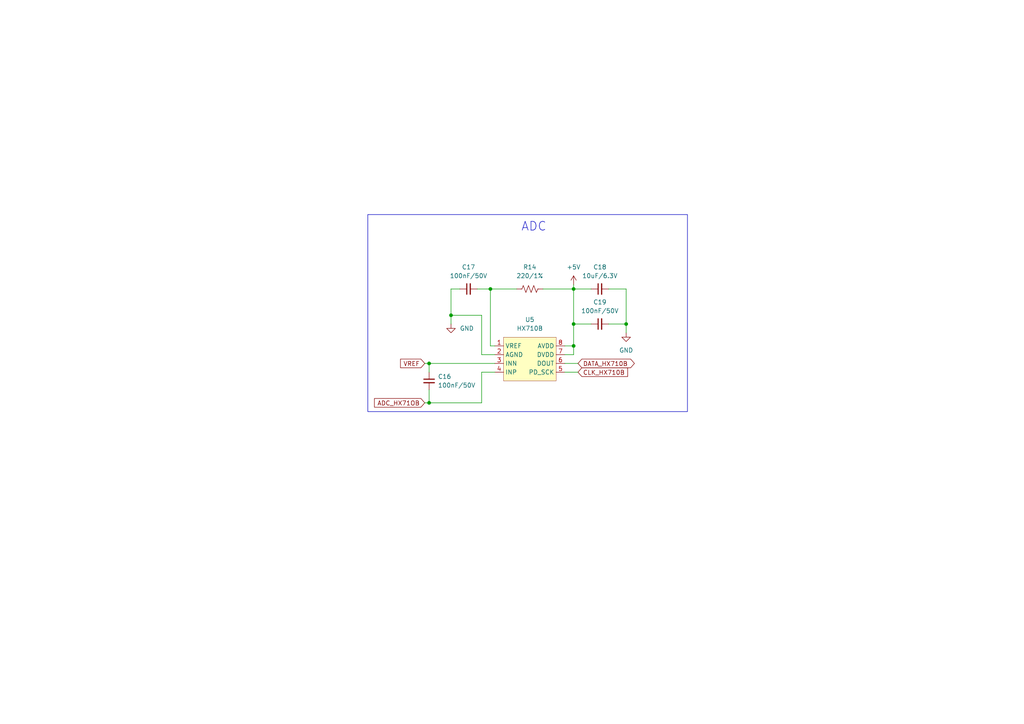
<source format=kicad_sch>
(kicad_sch (version 20230121) (generator eeschema)

  (uuid d4b79e28-e732-4d02-83a6-a8cff36b4572)

  (paper "A4")

  (lib_symbols
    (symbol "Device:C_Small" (pin_numbers hide) (pin_names (offset 0.254) hide) (in_bom yes) (on_board yes)
      (property "Reference" "C" (at 0.254 1.778 0)
        (effects (font (size 1.27 1.27)) (justify left))
      )
      (property "Value" "C_Small" (at 0.254 -2.032 0)
        (effects (font (size 1.27 1.27)) (justify left))
      )
      (property "Footprint" "" (at 0 0 0)
        (effects (font (size 1.27 1.27)) hide)
      )
      (property "Datasheet" "~" (at 0 0 0)
        (effects (font (size 1.27 1.27)) hide)
      )
      (property "ki_keywords" "capacitor cap" (at 0 0 0)
        (effects (font (size 1.27 1.27)) hide)
      )
      (property "ki_description" "Unpolarized capacitor, small symbol" (at 0 0 0)
        (effects (font (size 1.27 1.27)) hide)
      )
      (property "ki_fp_filters" "C_*" (at 0 0 0)
        (effects (font (size 1.27 1.27)) hide)
      )
      (symbol "C_Small_0_1"
        (polyline
          (pts
            (xy -1.524 -0.508)
            (xy 1.524 -0.508)
          )
          (stroke (width 0.3302) (type default))
          (fill (type none))
        )
        (polyline
          (pts
            (xy -1.524 0.508)
            (xy 1.524 0.508)
          )
          (stroke (width 0.3048) (type default))
          (fill (type none))
        )
      )
      (symbol "C_Small_1_1"
        (pin passive line (at 0 2.54 270) (length 2.032)
          (name "~" (effects (font (size 1.27 1.27))))
          (number "1" (effects (font (size 1.27 1.27))))
        )
        (pin passive line (at 0 -2.54 90) (length 2.032)
          (name "~" (effects (font (size 1.27 1.27))))
          (number "2" (effects (font (size 1.27 1.27))))
        )
      )
    )
    (symbol "Device:R_US" (pin_numbers hide) (pin_names (offset 0)) (in_bom yes) (on_board yes)
      (property "Reference" "R" (at 2.54 0 90)
        (effects (font (size 1.27 1.27)))
      )
      (property "Value" "R_US" (at -2.54 0 90)
        (effects (font (size 1.27 1.27)))
      )
      (property "Footprint" "" (at 1.016 -0.254 90)
        (effects (font (size 1.27 1.27)) hide)
      )
      (property "Datasheet" "~" (at 0 0 0)
        (effects (font (size 1.27 1.27)) hide)
      )
      (property "ki_keywords" "R res resistor" (at 0 0 0)
        (effects (font (size 1.27 1.27)) hide)
      )
      (property "ki_description" "Resistor, US symbol" (at 0 0 0)
        (effects (font (size 1.27 1.27)) hide)
      )
      (property "ki_fp_filters" "R_*" (at 0 0 0)
        (effects (font (size 1.27 1.27)) hide)
      )
      (symbol "R_US_0_1"
        (polyline
          (pts
            (xy 0 -2.286)
            (xy 0 -2.54)
          )
          (stroke (width 0) (type default))
          (fill (type none))
        )
        (polyline
          (pts
            (xy 0 2.286)
            (xy 0 2.54)
          )
          (stroke (width 0) (type default))
          (fill (type none))
        )
        (polyline
          (pts
            (xy 0 -0.762)
            (xy 1.016 -1.143)
            (xy 0 -1.524)
            (xy -1.016 -1.905)
            (xy 0 -2.286)
          )
          (stroke (width 0) (type default))
          (fill (type none))
        )
        (polyline
          (pts
            (xy 0 0.762)
            (xy 1.016 0.381)
            (xy 0 0)
            (xy -1.016 -0.381)
            (xy 0 -0.762)
          )
          (stroke (width 0) (type default))
          (fill (type none))
        )
        (polyline
          (pts
            (xy 0 2.286)
            (xy 1.016 1.905)
            (xy 0 1.524)
            (xy -1.016 1.143)
            (xy 0 0.762)
          )
          (stroke (width 0) (type default))
          (fill (type none))
        )
      )
      (symbol "R_US_1_1"
        (pin passive line (at 0 3.81 270) (length 1.27)
          (name "~" (effects (font (size 1.27 1.27))))
          (number "1" (effects (font (size 1.27 1.27))))
        )
        (pin passive line (at 0 -3.81 90) (length 1.27)
          (name "~" (effects (font (size 1.27 1.27))))
          (number "2" (effects (font (size 1.27 1.27))))
        )
      )
    )
    (symbol "HX710B:HX107B" (in_bom yes) (on_board yes)
      (property "Reference" "U" (at 1.27 6.35 0)
        (effects (font (size 1.27 1.27)))
      )
      (property "Value" "HX710B" (at 13.97 -8.89 0)
        (effects (font (size 1.27 1.27)))
      )
      (property "Footprint" "HX710B:HX710B" (at 8.89 -12.7 0)
        (effects (font (size 1.27 1.27)) hide)
      )
      (property "Datasheet" "" (at 0 3.81 0)
        (effects (font (size 1.27 1.27)) hide)
      )
      (property "URL" "https://www.thegioiic.com/hx710b-ic-adc-24-bit-sop-8" (at 3.81 -12.7 0)
        (effects (font (size 1.27 1.27)) hide)
      )
      (symbol "HX107B_1_1"
        (rectangle (start 0 5.08) (end 15.24 -7.62)
          (stroke (width 0.0254) (type default))
          (fill (type background))
        )
        (pin passive line (at -2.54 2.54 0) (length 2.54)
          (name "VREF" (effects (font (size 1.27 1.27))))
          (number "1" (effects (font (size 1.27 1.27))))
        )
        (pin passive line (at -2.54 0 0) (length 2.54)
          (name "AGND" (effects (font (size 1.27 1.27))))
          (number "2" (effects (font (size 1.27 1.27))))
        )
        (pin input line (at -2.54 -2.54 0) (length 2.54)
          (name "INN" (effects (font (size 1.27 1.27))))
          (number "3" (effects (font (size 1.27 1.27))))
        )
        (pin input line (at -2.54 -5.08 0) (length 2.54)
          (name "INP" (effects (font (size 1.27 1.27))))
          (number "4" (effects (font (size 1.27 1.27))))
        )
        (pin input line (at 17.78 -5.08 180) (length 2.54)
          (name "PD_SCK" (effects (font (size 1.27 1.27))))
          (number "5" (effects (font (size 1.27 1.27))))
        )
        (pin output line (at 17.78 -2.54 180) (length 2.54)
          (name "DOUT" (effects (font (size 1.27 1.27))))
          (number "6" (effects (font (size 1.27 1.27))))
        )
        (pin passive line (at 17.78 0 180) (length 2.54)
          (name "DVDD" (effects (font (size 1.27 1.27))))
          (number "7" (effects (font (size 1.27 1.27))))
        )
        (pin passive line (at 17.78 2.54 180) (length 2.54)
          (name "AVDD" (effects (font (size 1.27 1.27))))
          (number "8" (effects (font (size 1.27 1.27))))
        )
      )
    )
    (symbol "power:+5V" (power) (pin_names (offset 0)) (in_bom yes) (on_board yes)
      (property "Reference" "#PWR" (at 0 -3.81 0)
        (effects (font (size 1.27 1.27)) hide)
      )
      (property "Value" "+5V" (at 0 3.556 0)
        (effects (font (size 1.27 1.27)))
      )
      (property "Footprint" "" (at 0 0 0)
        (effects (font (size 1.27 1.27)) hide)
      )
      (property "Datasheet" "" (at 0 0 0)
        (effects (font (size 1.27 1.27)) hide)
      )
      (property "ki_keywords" "global power" (at 0 0 0)
        (effects (font (size 1.27 1.27)) hide)
      )
      (property "ki_description" "Power symbol creates a global label with name \"+5V\"" (at 0 0 0)
        (effects (font (size 1.27 1.27)) hide)
      )
      (symbol "+5V_0_1"
        (polyline
          (pts
            (xy -0.762 1.27)
            (xy 0 2.54)
          )
          (stroke (width 0) (type default))
          (fill (type none))
        )
        (polyline
          (pts
            (xy 0 0)
            (xy 0 2.54)
          )
          (stroke (width 0) (type default))
          (fill (type none))
        )
        (polyline
          (pts
            (xy 0 2.54)
            (xy 0.762 1.27)
          )
          (stroke (width 0) (type default))
          (fill (type none))
        )
      )
      (symbol "+5V_1_1"
        (pin power_in line (at 0 0 90) (length 0) hide
          (name "+5V" (effects (font (size 1.27 1.27))))
          (number "1" (effects (font (size 1.27 1.27))))
        )
      )
    )
    (symbol "power:GND" (power) (pin_names (offset 0)) (in_bom yes) (on_board yes)
      (property "Reference" "#PWR" (at 0 -6.35 0)
        (effects (font (size 1.27 1.27)) hide)
      )
      (property "Value" "GND" (at 0 -3.81 0)
        (effects (font (size 1.27 1.27)))
      )
      (property "Footprint" "" (at 0 0 0)
        (effects (font (size 1.27 1.27)) hide)
      )
      (property "Datasheet" "" (at 0 0 0)
        (effects (font (size 1.27 1.27)) hide)
      )
      (property "ki_keywords" "global power" (at 0 0 0)
        (effects (font (size 1.27 1.27)) hide)
      )
      (property "ki_description" "Power symbol creates a global label with name \"GND\" , ground" (at 0 0 0)
        (effects (font (size 1.27 1.27)) hide)
      )
      (symbol "GND_0_1"
        (polyline
          (pts
            (xy 0 0)
            (xy 0 -1.27)
            (xy 1.27 -1.27)
            (xy 0 -2.54)
            (xy -1.27 -1.27)
            (xy 0 -1.27)
          )
          (stroke (width 0) (type default))
          (fill (type none))
        )
      )
      (symbol "GND_1_1"
        (pin power_in line (at 0 0 270) (length 0) hide
          (name "GND" (effects (font (size 1.27 1.27))))
          (number "1" (effects (font (size 1.27 1.27))))
        )
      )
    )
  )

  (junction (at 124.46 116.84) (diameter 0) (color 0 0 0 0)
    (uuid 0ee76299-6cef-4b65-bbcd-63125a14a0cd)
  )
  (junction (at 181.61 93.98) (diameter 0) (color 0 0 0 0)
    (uuid 1718b59b-0170-49f5-9f15-36a3dde28968)
  )
  (junction (at 124.46 105.41) (diameter 0) (color 0 0 0 0)
    (uuid 69b56670-73da-4adf-90f0-8dd60b05786f)
  )
  (junction (at 166.37 100.33) (diameter 0) (color 0 0 0 0)
    (uuid a61d6d5d-bd6b-4d5e-b4bf-c87d794388d6)
  )
  (junction (at 166.37 93.98) (diameter 0) (color 0 0 0 0)
    (uuid b0204cc5-b563-44ba-b1eb-bc9a1affebed)
  )
  (junction (at 130.81 91.44) (diameter 0) (color 0 0 0 0)
    (uuid c68fbc54-e1e4-4573-8752-97cf60c04e60)
  )
  (junction (at 142.24 83.82) (diameter 0) (color 0 0 0 0)
    (uuid e832352f-29d7-4e34-9e1b-7d1c11799ef1)
  )
  (junction (at 166.37 83.82) (diameter 0) (color 0 0 0 0)
    (uuid f85964aa-4c89-44ab-855c-935c1350fe69)
  )

  (wire (pts (xy 123.19 116.84) (xy 124.46 116.84))
    (stroke (width 0) (type default))
    (uuid 06c4acd3-de58-4fc3-85fd-cdcdacf077ac)
  )
  (wire (pts (xy 166.37 100.33) (xy 166.37 102.87))
    (stroke (width 0) (type default))
    (uuid 1220cf62-20e2-4ea3-bf56-cb6aabd47889)
  )
  (wire (pts (xy 139.7 91.44) (xy 139.7 102.87))
    (stroke (width 0) (type default))
    (uuid 267b7e62-e43f-4078-b203-ae732c1ee96c)
  )
  (wire (pts (xy 163.83 107.95) (xy 167.64 107.95))
    (stroke (width 0) (type default))
    (uuid 277708cc-3378-48db-806a-1408984ad490)
  )
  (wire (pts (xy 142.24 100.33) (xy 143.51 100.33))
    (stroke (width 0) (type default))
    (uuid 2e9adb07-3512-4126-83ba-d81f35869dd1)
  )
  (wire (pts (xy 166.37 93.98) (xy 166.37 100.33))
    (stroke (width 0) (type default))
    (uuid 356c6f1f-5d3a-40dc-bf61-71e18329ff92)
  )
  (wire (pts (xy 166.37 83.82) (xy 171.45 83.82))
    (stroke (width 0) (type default))
    (uuid 36a61778-683d-48c4-80b0-48b4b9c3ef1c)
  )
  (wire (pts (xy 130.81 91.44) (xy 139.7 91.44))
    (stroke (width 0) (type default))
    (uuid 3abd87bc-0864-45ff-b0ed-f287294844d1)
  )
  (wire (pts (xy 142.24 83.82) (xy 149.86 83.82))
    (stroke (width 0) (type default))
    (uuid 3e441cd7-fdf4-4471-9607-a9e3d5bbf6a4)
  )
  (wire (pts (xy 166.37 82.55) (xy 166.37 83.82))
    (stroke (width 0) (type default))
    (uuid 43731912-20e9-4054-8ba6-3a4cb2b644e9)
  )
  (wire (pts (xy 130.81 83.82) (xy 130.81 91.44))
    (stroke (width 0) (type default))
    (uuid 4776d5f4-6415-4e5a-87ef-0d68757258d1)
  )
  (wire (pts (xy 124.46 116.84) (xy 139.7 116.84))
    (stroke (width 0) (type default))
    (uuid 55534905-7c7c-4b4f-b80b-5e4f482fa5fe)
  )
  (wire (pts (xy 130.81 83.82) (xy 133.35 83.82))
    (stroke (width 0) (type default))
    (uuid 594de399-83e0-4420-9380-34b4e32f2329)
  )
  (wire (pts (xy 139.7 102.87) (xy 143.51 102.87))
    (stroke (width 0) (type default))
    (uuid 6b2a85f7-cc62-44f3-913c-c7f8857efd83)
  )
  (wire (pts (xy 139.7 116.84) (xy 139.7 107.95))
    (stroke (width 0) (type default))
    (uuid 8c3880d4-72c1-4513-9fdc-0f7322bc0699)
  )
  (wire (pts (xy 123.19 105.41) (xy 124.46 105.41))
    (stroke (width 0) (type default))
    (uuid 8f63a107-169a-4416-90c2-042eff132547)
  )
  (wire (pts (xy 181.61 93.98) (xy 181.61 96.52))
    (stroke (width 0) (type default))
    (uuid 92dc557b-f3c9-47a0-acfa-f765bdd60b04)
  )
  (wire (pts (xy 139.7 107.95) (xy 143.51 107.95))
    (stroke (width 0) (type default))
    (uuid 967a5c37-8dbe-429d-8668-460baa6ae8e6)
  )
  (wire (pts (xy 166.37 83.82) (xy 166.37 93.98))
    (stroke (width 0) (type default))
    (uuid 97a889a3-9c96-4c05-80ce-28855df7bbe2)
  )
  (wire (pts (xy 181.61 83.82) (xy 181.61 93.98))
    (stroke (width 0) (type default))
    (uuid a1f23450-eb80-42e2-89be-32076ade8476)
  )
  (wire (pts (xy 124.46 105.41) (xy 143.51 105.41))
    (stroke (width 0) (type default))
    (uuid a990c720-24c7-48ac-86ea-5ef73f7841a7)
  )
  (wire (pts (xy 163.83 105.41) (xy 167.64 105.41))
    (stroke (width 0) (type default))
    (uuid b9af4184-5403-4f76-9353-f136daaccdda)
  )
  (wire (pts (xy 138.43 83.82) (xy 142.24 83.82))
    (stroke (width 0) (type default))
    (uuid bd54e5b8-d603-46f6-a1e6-6601ca2b2c51)
  )
  (wire (pts (xy 124.46 113.03) (xy 124.46 116.84))
    (stroke (width 0) (type default))
    (uuid bebcfa47-ccef-4db9-8f3d-35bbd22b0579)
  )
  (wire (pts (xy 130.81 91.44) (xy 130.81 93.98))
    (stroke (width 0) (type default))
    (uuid cbc61133-8102-4a95-959d-839161d0c944)
  )
  (wire (pts (xy 181.61 83.82) (xy 176.53 83.82))
    (stroke (width 0) (type default))
    (uuid cef0bea1-f82d-4f3e-bf49-3f2a268e4360)
  )
  (wire (pts (xy 166.37 100.33) (xy 163.83 100.33))
    (stroke (width 0) (type default))
    (uuid cfeb33a9-2364-4efc-bcee-579c7063bf69)
  )
  (wire (pts (xy 142.24 83.82) (xy 142.24 100.33))
    (stroke (width 0) (type default))
    (uuid d77a6b48-a7ab-4115-aa49-9e1acec4f9be)
  )
  (wire (pts (xy 166.37 102.87) (xy 163.83 102.87))
    (stroke (width 0) (type default))
    (uuid e1153158-5f0c-428f-8129-94cff0b5c7f6)
  )
  (wire (pts (xy 157.48 83.82) (xy 166.37 83.82))
    (stroke (width 0) (type default))
    (uuid e658db20-2328-4afa-9274-281df14379a2)
  )
  (wire (pts (xy 124.46 105.41) (xy 124.46 107.95))
    (stroke (width 0) (type default))
    (uuid ea834ffb-eba5-461a-af3d-7bea0af0d4a2)
  )
  (wire (pts (xy 166.37 93.98) (xy 171.45 93.98))
    (stroke (width 0) (type default))
    (uuid f0955f14-974c-426f-a717-6603e45b9427)
  )
  (wire (pts (xy 176.53 93.98) (xy 181.61 93.98))
    (stroke (width 0) (type default))
    (uuid f868f227-1ffa-4e2c-a54b-653d86a2bdc3)
  )

  (rectangle (start 106.68 62.23) (end 199.39 119.38)
    (stroke (width 0) (type default))
    (fill (type none))
    (uuid 40774924-d552-4db3-b0b3-ce17d7c747e5)
  )

  (text "ADC\n" (at 151.13 67.31 0)
    (effects (font (size 2.54 2.54)) (justify left bottom))
    (uuid 0ae3dc6d-7be9-4c35-8cf0-0a0b49d46e10)
  )

  (global_label "CLK_HX710B" (shape input) (at 167.64 107.95 0) (fields_autoplaced)
    (effects (font (size 1.27 1.27)) (justify left))
    (uuid 02ff7662-2a08-4d9a-8d8b-5eb6ecf5c93a)
    (property "Intersheetrefs" "${INTERSHEET_REFS}" (at 182.5994 107.95 0)
      (effects (font (size 1.27 1.27)) (justify left) hide)
    )
  )
  (global_label "VREF" (shape input) (at 123.19 105.41 180) (fields_autoplaced)
    (effects (font (size 1.27 1.27)) (justify right))
    (uuid 6cefe7dc-3edd-40e2-9da2-a4298901a215)
    (property "Intersheetrefs" "${INTERSHEET_REFS}" (at 115.6086 105.41 0)
      (effects (font (size 1.27 1.27)) (justify right) hide)
    )
  )
  (global_label "DATA_HX710B" (shape bidirectional) (at 167.64 105.41 0) (fields_autoplaced)
    (effects (font (size 1.27 1.27)) (justify left))
    (uuid 70e17590-0760-4d56-b1f5-af0ea9ce301b)
    (property "Intersheetrefs" "${INTERSHEET_REFS}" (at 184.5574 105.41 0)
      (effects (font (size 1.27 1.27)) (justify left) hide)
    )
  )
  (global_label "ADC_HX71OB" (shape input) (at 123.19 116.84 180) (fields_autoplaced)
    (effects (font (size 1.27 1.27)) (justify right))
    (uuid 9a9a0740-9abf-4e09-883c-5e0d2f041d7c)
    (property "Intersheetrefs" "${INTERSHEET_REFS}" (at 108.0491 116.84 0)
      (effects (font (size 1.27 1.27)) (justify right) hide)
    )
  )

  (symbol (lib_id "power:GND") (at 130.81 93.98 0) (unit 1)
    (in_bom yes) (on_board yes) (dnp no) (fields_autoplaced)
    (uuid 2f16edec-9d60-41f1-82f3-90b324dae7cb)
    (property "Reference" "#PWR021" (at 130.81 100.33 0)
      (effects (font (size 1.27 1.27)) hide)
    )
    (property "Value" "GND" (at 133.35 95.25 0)
      (effects (font (size 1.27 1.27)) (justify left))
    )
    (property "Footprint" "" (at 130.81 93.98 0)
      (effects (font (size 1.27 1.27)) hide)
    )
    (property "Datasheet" "" (at 130.81 93.98 0)
      (effects (font (size 1.27 1.27)) hide)
    )
    (pin "1" (uuid de7ce3fa-c4eb-4526-ab8b-ea0f91c64a2e))
    (instances
      (project "Brightness_Meter_TB"
        (path "/e486bb10-2d63-468d-9bd4-f5a3f160d98c/ec91ea22-535d-40c6-b553-7fb78c4b69be"
          (reference "#PWR021") (unit 1)
        )
      )
      (project "Brightness_Meter"
        (path "/f7cc1c24-a210-4fa3-a52b-f1d84e501e31/deff02a5-9749-4336-8250-65170600f763"
          (reference "#PWR055") (unit 1)
        )
      )
    )
  )

  (symbol (lib_id "power:GND") (at 181.61 96.52 0) (unit 1)
    (in_bom yes) (on_board yes) (dnp no) (fields_autoplaced)
    (uuid 3342b657-19f5-4afe-989c-b924df9b5e36)
    (property "Reference" "#PWR023" (at 181.61 102.87 0)
      (effects (font (size 1.27 1.27)) hide)
    )
    (property "Value" "GND" (at 181.61 101.6 0)
      (effects (font (size 1.27 1.27)))
    )
    (property "Footprint" "" (at 181.61 96.52 0)
      (effects (font (size 1.27 1.27)) hide)
    )
    (property "Datasheet" "" (at 181.61 96.52 0)
      (effects (font (size 1.27 1.27)) hide)
    )
    (pin "1" (uuid d3a51103-f0eb-4a1a-8b03-5d6474b7ae10))
    (instances
      (project "Brightness_Meter_TB"
        (path "/e486bb10-2d63-468d-9bd4-f5a3f160d98c/ec91ea22-535d-40c6-b553-7fb78c4b69be"
          (reference "#PWR023") (unit 1)
        )
      )
      (project "Brightness_Meter"
        (path "/f7cc1c24-a210-4fa3-a52b-f1d84e501e31/deff02a5-9749-4336-8250-65170600f763"
          (reference "#PWR057") (unit 1)
        )
      )
    )
  )

  (symbol (lib_id "power:+5V") (at 166.37 82.55 0) (unit 1)
    (in_bom yes) (on_board yes) (dnp no) (fields_autoplaced)
    (uuid 79548d27-8275-4a9e-8f75-8706ece97d45)
    (property "Reference" "#PWR022" (at 166.37 86.36 0)
      (effects (font (size 1.27 1.27)) hide)
    )
    (property "Value" "+5V" (at 166.37 77.47 0)
      (effects (font (size 1.27 1.27)))
    )
    (property "Footprint" "" (at 166.37 82.55 0)
      (effects (font (size 1.27 1.27)) hide)
    )
    (property "Datasheet" "" (at 166.37 82.55 0)
      (effects (font (size 1.27 1.27)) hide)
    )
    (pin "1" (uuid c16bef06-1897-4919-94e4-ada019d4b5f8))
    (instances
      (project "Brightness_Meter_TB"
        (path "/e486bb10-2d63-468d-9bd4-f5a3f160d98c/ec91ea22-535d-40c6-b553-7fb78c4b69be"
          (reference "#PWR022") (unit 1)
        )
      )
      (project "Brightness_Meter"
        (path "/f7cc1c24-a210-4fa3-a52b-f1d84e501e31/deff02a5-9749-4336-8250-65170600f763"
          (reference "#PWR056") (unit 1)
        )
      )
    )
  )

  (symbol (lib_id "Device:C_Small") (at 124.46 110.49 0) (unit 1)
    (in_bom yes) (on_board yes) (dnp no)
    (uuid 7f35d170-bf27-4114-ad30-f8d9fc124a6f)
    (property "Reference" "C16" (at 127 109.2263 0)
      (effects (font (size 1.27 1.27)) (justify left))
    )
    (property "Value" "100nF/50V" (at 127 111.76 0)
      (effects (font (size 1.27 1.27)) (justify left))
    )
    (property "Footprint" "Capacitor_SMD:C_0805_2012Metric_Pad1.18x1.45mm_HandSolder" (at 124.46 110.49 0)
      (effects (font (size 1.27 1.27)) hide)
    )
    (property "Datasheet" "~" (at 124.46 110.49 0)
      (effects (font (size 1.27 1.27)) hide)
    )
    (property "URL" "https://www.thegioiic.com/tu-gom-0805-100nf-0-1uf-50v" (at 124.46 110.49 0)
      (effects (font (size 1.27 1.27)) hide)
    )
    (pin "1" (uuid f81a8274-c706-40b4-b62e-b71a77370e76))
    (pin "2" (uuid f20f78f5-0723-44bf-b049-484019a0d62f))
    (instances
      (project "Brightness_Meter_TB"
        (path "/e486bb10-2d63-468d-9bd4-f5a3f160d98c/ec91ea22-535d-40c6-b553-7fb78c4b69be"
          (reference "C16") (unit 1)
        )
      )
      (project "Brightness_Meter"
        (path "/f7cc1c24-a210-4fa3-a52b-f1d84e501e31/0dfa2039-b238-4efb-bfd4-eadfb986a7b5"
          (reference "C16") (unit 1)
        )
        (path "/f7cc1c24-a210-4fa3-a52b-f1d84e501e31/290a832f-b788-4d59-9a7b-fef286f8a5e3"
          (reference "C19") (unit 1)
        )
        (path "/f7cc1c24-a210-4fa3-a52b-f1d84e501e31/deff02a5-9749-4336-8250-65170600f763"
          (reference "C40") (unit 1)
        )
      )
    )
  )

  (symbol (lib_id "Device:C_Small") (at 135.89 83.82 90) (unit 1)
    (in_bom yes) (on_board yes) (dnp no) (fields_autoplaced)
    (uuid a86e1a20-426c-49b7-a111-61ca1c778ef3)
    (property "Reference" "C17" (at 135.8963 77.47 90)
      (effects (font (size 1.27 1.27)))
    )
    (property "Value" "100nF/50V" (at 135.8963 80.01 90)
      (effects (font (size 1.27 1.27)))
    )
    (property "Footprint" "Capacitor_SMD:C_0805_2012Metric_Pad1.18x1.45mm_HandSolder" (at 135.89 83.82 0)
      (effects (font (size 1.27 1.27)) hide)
    )
    (property "Datasheet" "~" (at 135.89 83.82 0)
      (effects (font (size 1.27 1.27)) hide)
    )
    (property "URL" "https://www.thegioiic.com/tu-gom-0805-100nf-0-1uf-50v" (at 135.89 83.82 0)
      (effects (font (size 1.27 1.27)) hide)
    )
    (pin "1" (uuid 2ea70dbe-e6e8-4447-83f6-34d7d610604a))
    (pin "2" (uuid 49ea7178-8e24-419f-b7f0-10a6cd9fc955))
    (instances
      (project "Brightness_Meter_TB"
        (path "/e486bb10-2d63-468d-9bd4-f5a3f160d98c/ec91ea22-535d-40c6-b553-7fb78c4b69be"
          (reference "C17") (unit 1)
        )
      )
      (project "Brightness_Meter"
        (path "/f7cc1c24-a210-4fa3-a52b-f1d84e501e31/0dfa2039-b238-4efb-bfd4-eadfb986a7b5"
          (reference "C16") (unit 1)
        )
        (path "/f7cc1c24-a210-4fa3-a52b-f1d84e501e31/290a832f-b788-4d59-9a7b-fef286f8a5e3"
          (reference "C19") (unit 1)
        )
        (path "/f7cc1c24-a210-4fa3-a52b-f1d84e501e31/deff02a5-9749-4336-8250-65170600f763"
          (reference "C41") (unit 1)
        )
      )
    )
  )

  (symbol (lib_id "Device:C_Small") (at 173.99 83.82 90) (unit 1)
    (in_bom yes) (on_board yes) (dnp no) (fields_autoplaced)
    (uuid aade1a59-53db-45ab-afeb-80a11953d840)
    (property "Reference" "C18" (at 173.9963 77.47 90)
      (effects (font (size 1.27 1.27)))
    )
    (property "Value" "10uF/6.3V" (at 173.9963 80.01 90)
      (effects (font (size 1.27 1.27)))
    )
    (property "Footprint" "Capacitor_SMD:C_0805_2012Metric_Pad1.18x1.45mm_HandSolder" (at 173.99 83.82 0)
      (effects (font (size 1.27 1.27)) hide)
    )
    (property "Datasheet" "~" (at 173.99 83.82 0)
      (effects (font (size 1.27 1.27)) hide)
    )
    (property "URL" "https://www.thegioiic.com/tu-gom-0805-10uf-6-3v" (at 173.99 83.82 0)
      (effects (font (size 1.27 1.27)) hide)
    )
    (pin "1" (uuid accc67fb-1913-4835-bd13-b9d026144c57))
    (pin "2" (uuid a8b7f3c0-e640-41da-8b3e-ca52f02b7bc8))
    (instances
      (project "Brightness_Meter_TB"
        (path "/e486bb10-2d63-468d-9bd4-f5a3f160d98c/ec91ea22-535d-40c6-b553-7fb78c4b69be"
          (reference "C18") (unit 1)
        )
      )
      (project "Brightness_Meter"
        (path "/f7cc1c24-a210-4fa3-a52b-f1d84e501e31/0dfa2039-b238-4efb-bfd4-eadfb986a7b5"
          (reference "C16") (unit 1)
        )
        (path "/f7cc1c24-a210-4fa3-a52b-f1d84e501e31/290a832f-b788-4d59-9a7b-fef286f8a5e3"
          (reference "C24") (unit 1)
        )
        (path "/f7cc1c24-a210-4fa3-a52b-f1d84e501e31/5a3a8fd1-e4fe-4d9a-9c54-1c080d472344"
          (reference "C3") (unit 1)
        )
        (path "/f7cc1c24-a210-4fa3-a52b-f1d84e501e31/deff02a5-9749-4336-8250-65170600f763"
          (reference "C42") (unit 1)
        )
      )
    )
  )

  (symbol (lib_id "HX710B:HX107B") (at 146.05 102.87 0) (unit 1)
    (in_bom yes) (on_board yes) (dnp no) (fields_autoplaced)
    (uuid c2be7e53-823b-4f44-82d8-50c926e719ae)
    (property "Reference" "U5" (at 153.67 92.71 0)
      (effects (font (size 1.27 1.27)))
    )
    (property "Value" "HX710B" (at 153.67 95.25 0)
      (effects (font (size 1.27 1.27)))
    )
    (property "Footprint" "HX710B:HX710B" (at 154.94 115.57 0)
      (effects (font (size 1.27 1.27)) hide)
    )
    (property "Datasheet" "" (at 146.05 99.06 0)
      (effects (font (size 1.27 1.27)) hide)
    )
    (property "URL" "https://www.thegioiic.com/hx710b-ic-adc-24-bit-sop-8" (at 149.86 115.57 0)
      (effects (font (size 1.27 1.27)) hide)
    )
    (pin "1" (uuid ebe7555d-df65-49b5-bbcc-43ecb3c581ab))
    (pin "2" (uuid 22c1e6c0-fc13-44e0-bc24-6015174d0f8c))
    (pin "3" (uuid e87732f4-2296-4f12-8457-0780cd08e40c))
    (pin "4" (uuid be7fc4ce-6ff4-49f4-a9f4-18b02f2a9116))
    (pin "5" (uuid f1edfffd-8e40-4c9f-90dc-e167df37bd47))
    (pin "6" (uuid 9641af28-0424-418e-8072-b9d2ca0a4a76))
    (pin "7" (uuid 1754a3cc-2630-443e-a19d-0a7cc317f813))
    (pin "8" (uuid ac8a1ca8-8060-4823-ad5c-b273db0df0a0))
    (instances
      (project "Brightness_Meter_TB"
        (path "/e486bb10-2d63-468d-9bd4-f5a3f160d98c/ec91ea22-535d-40c6-b553-7fb78c4b69be"
          (reference "U5") (unit 1)
        )
      )
      (project "Brightness_Meter"
        (path "/f7cc1c24-a210-4fa3-a52b-f1d84e501e31/deff02a5-9749-4336-8250-65170600f763"
          (reference "U8") (unit 1)
        )
      )
    )
  )

  (symbol (lib_id "Device:C_Small") (at 173.99 93.98 90) (unit 1)
    (in_bom yes) (on_board yes) (dnp no) (fields_autoplaced)
    (uuid d3a4f1c8-351e-43b5-9f03-22a9469126e5)
    (property "Reference" "C19" (at 173.9963 87.63 90)
      (effects (font (size 1.27 1.27)))
    )
    (property "Value" "100nF/50V" (at 173.9963 90.17 90)
      (effects (font (size 1.27 1.27)))
    )
    (property "Footprint" "Capacitor_SMD:C_0805_2012Metric_Pad1.18x1.45mm_HandSolder" (at 173.99 93.98 0)
      (effects (font (size 1.27 1.27)) hide)
    )
    (property "Datasheet" "~" (at 173.99 93.98 0)
      (effects (font (size 1.27 1.27)) hide)
    )
    (property "URL" "https://www.thegioiic.com/tu-gom-0805-100nf-0-1uf-50v" (at 173.99 93.98 0)
      (effects (font (size 1.27 1.27)) hide)
    )
    (pin "1" (uuid 2a5e08c8-7bc1-4ba6-a37a-852b32779e8c))
    (pin "2" (uuid 00abf2e5-c9e3-4cb3-9b39-cf134aab4b6e))
    (instances
      (project "Brightness_Meter_TB"
        (path "/e486bb10-2d63-468d-9bd4-f5a3f160d98c/ec91ea22-535d-40c6-b553-7fb78c4b69be"
          (reference "C19") (unit 1)
        )
      )
      (project "Brightness_Meter"
        (path "/f7cc1c24-a210-4fa3-a52b-f1d84e501e31/0dfa2039-b238-4efb-bfd4-eadfb986a7b5"
          (reference "C16") (unit 1)
        )
        (path "/f7cc1c24-a210-4fa3-a52b-f1d84e501e31/290a832f-b788-4d59-9a7b-fef286f8a5e3"
          (reference "C19") (unit 1)
        )
        (path "/f7cc1c24-a210-4fa3-a52b-f1d84e501e31/5a3a8fd1-e4fe-4d9a-9c54-1c080d472344"
          (reference "C35") (unit 1)
        )
        (path "/f7cc1c24-a210-4fa3-a52b-f1d84e501e31/deff02a5-9749-4336-8250-65170600f763"
          (reference "C43") (unit 1)
        )
      )
    )
  )

  (symbol (lib_id "Device:R_US") (at 153.67 83.82 90) (unit 1)
    (in_bom yes) (on_board yes) (dnp no) (fields_autoplaced)
    (uuid e4cf6801-fa81-41a4-9176-9d9771a8bfdd)
    (property "Reference" "R14" (at 153.67 77.47 90)
      (effects (font (size 1.27 1.27)))
    )
    (property "Value" "220/1%" (at 153.67 80.01 90)
      (effects (font (size 1.27 1.27)))
    )
    (property "Footprint" "Resistor_SMD:R_0805_2012Metric_Pad1.20x1.40mm_HandSolder" (at 153.924 82.804 90)
      (effects (font (size 1.27 1.27)) hide)
    )
    (property "Datasheet" "~" (at 153.67 83.82 0)
      (effects (font (size 1.27 1.27)) hide)
    )
    (property "URL" "https://www.thegioiic.com/dien-tro-220-ohm-0805-1-" (at 153.67 83.82 0)
      (effects (font (size 1.27 1.27)) hide)
    )
    (pin "1" (uuid e8f9be04-ebd6-4118-8a8d-b0000c9bd287))
    (pin "2" (uuid 5f8ff7a5-1823-4705-a0b7-92bd83ba7ed2))
    (instances
      (project "Brightness_Meter_TB"
        (path "/e486bb10-2d63-468d-9bd4-f5a3f160d98c/ec91ea22-535d-40c6-b553-7fb78c4b69be"
          (reference "R14") (unit 1)
        )
      )
      (project "Brightness_Meter"
        (path "/f7cc1c24-a210-4fa3-a52b-f1d84e501e31/290a832f-b788-4d59-9a7b-fef286f8a5e3"
          (reference "R3") (unit 1)
        )
        (path "/f7cc1c24-a210-4fa3-a52b-f1d84e501e31/ab0de2ed-6637-4354-a1fc-796bfac97bc8"
          (reference "R9") (unit 1)
        )
        (path "/f7cc1c24-a210-4fa3-a52b-f1d84e501e31/deff02a5-9749-4336-8250-65170600f763"
          (reference "R29") (unit 1)
        )
      )
    )
  )
)

</source>
